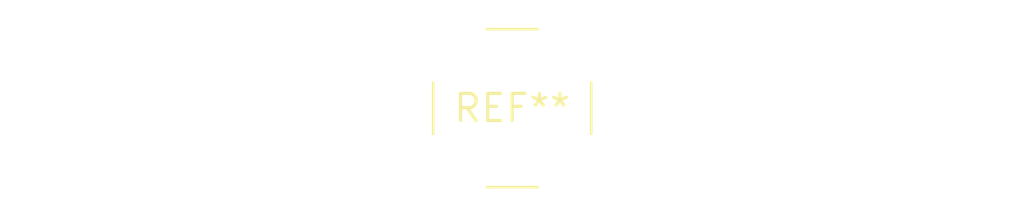
<source format=kicad_pcb>
(kicad_pcb (version 20240108) (generator pcbnew)
  (layers (0 "F.Cu" signal) (31 "B.Cu" signal) (34 "B.Paste" user) (35 "F.Paste" user) (36 "B.SilkS" user "B.Silkscreen") (37 "F.SilkS" user "F.Silkscreen") (38 "B.Mask" user) (39 "F.Mask" user) (44 "Edge.Cuts" user))
  (net 0 "")
  (footprint "Wuerth_REDCUBE-THR_WP-THRBU_74650173_THR" (layer "F.Cu") (at 0 0)
    (property "Reference" "REF**")
    (property "Value" "Wuerth_REDCUBE-THR_WP-THRBU_74650173_THR")
    (fp_line (start -3.7 1.2) (end -3.7 -1.2) (layer "F.SilkS") (stroke (width 0.12)))
    (fp_line (start -1.2 -3.7) (end 1.2 -3.7) (layer "F.SilkS") (stroke (width 0.12)))
    (fp_line (start 1.2 3.7) (end -1.2 3.7) (layer "F.SilkS") (stroke (width 0.12)))
    (fp_line (start 3.7 -1.2) (end 3.7 1.2) (layer "F.SilkS") (stroke (width 0.12)))
    (pad "1" thru_hole circle (at -2.935 -2.935) (size 3.2 3.2) (drill 1.85) (layers *.Cu *.Mask) (remove_unused_layers))
    (pad "1" thru_hole circle (at -2.935 2.935) (size 3.2 3.2) (drill 1.85) (layers *.Cu *.Mask) (remove_unused_layers))
    (pad "1" thru_hole circle (at 2.935 -2.935) (size 3.2 3.2) (drill 1.85) (layers *.Cu *.Mask) (remove_unused_layers))
    (pad "1" thru_hole circle (at 2.935 2.935) (size 3.2 3.2) (drill 1.85) (layers *.Cu *.Mask) (remove_unused_layers))
  )
)
</source>
